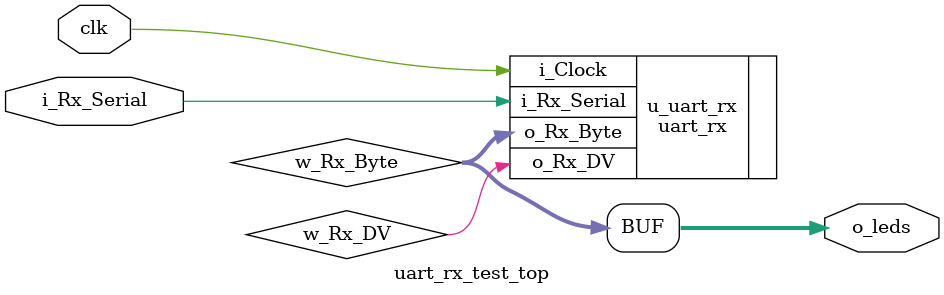
<source format=v>
`timescale 1ns / 1ps

module uart_rx_test_top (
    input  wire clk,          // 100 MHz clock from FPGA
    input  wire i_Rx_Serial,  // UART receive line
    output wire [7:0] o_leds  // Connect to 8 onboard LEDs
);

wire       w_Rx_DV;
wire [7:0] w_Rx_Byte;

uart_rx #(.CLKS_PER_BIT(868))  // For 100MHz FPGA clock, 115200 baud: 100_000_000/115200 ? 868
u_uart_rx (
    .i_Clock(clk),
    .i_Rx_Serial(i_Rx_Serial),
    .o_Rx_DV(w_Rx_DV),
    .o_Rx_Byte(w_Rx_Byte)
);

// Display the received byte on LEDs
assign o_leds = w_Rx_Byte;

endmodule


</source>
